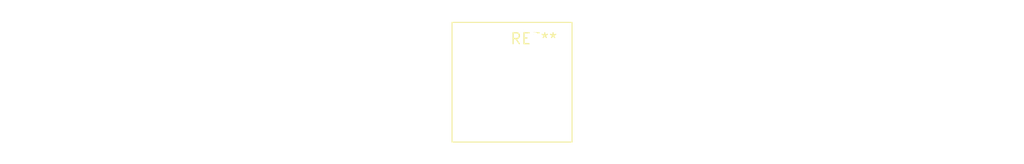
<source format=kicad_pcb>
(kicad_pcb (version 20240108) (generator pcbnew)
  (layers (0 "F.Cu" signal) (31 "B.Cu" signal) (34 "B.Paste" user) (35 "F.Paste" user) (36 "B.SilkS" user "B.Silkscreen") (37 "F.SilkS" user "F.Silkscreen") (38 "B.Mask" user) (39 "F.Mask" user) (44 "Edge.Cuts" user))
  (net 0 "")
  (footprint "SW_Cherry_MX_6.25u_Plate" (layer "F.Cu") (at 0 0)
    (property "Reference" "REF**")
    (property "Value" "SW_Cherry_MX_6.25u_Plate")
    (fp_line (start -9.525 -1.905) (end 4.445 -1.905) (layer "F.SilkS") (stroke (width 0.12)))
    (fp_line (start -9.525 12.065) (end -9.525 -1.905) (layer "F.SilkS") (stroke (width 0.12)))
    (fp_line (start 4.445 -1.905) (end 4.445 12.065) (layer "F.SilkS") (stroke (width 0.12)))
    (fp_line (start 4.445 12.065) (end -9.525 12.065) (layer "F.SilkS") (stroke (width 0.12)))
    (pad "" np_thru_hole circle (at -2.54 5.08) (size 4 4) (drill 4) (layers *.Cu *.Mask))
    (pad "1" thru_hole circle (at 0 0) (size 2.2 2.2) (drill 1.5) (layers *.Cu *.Mask) (remove_unused_layers))
    (pad "2" thru_hole circle (at -6.35 2.54) (size 2.2 2.2) (drill 1.5) (layers *.Cu *.Mask) (remove_unused_layers))
  )
)
</source>
